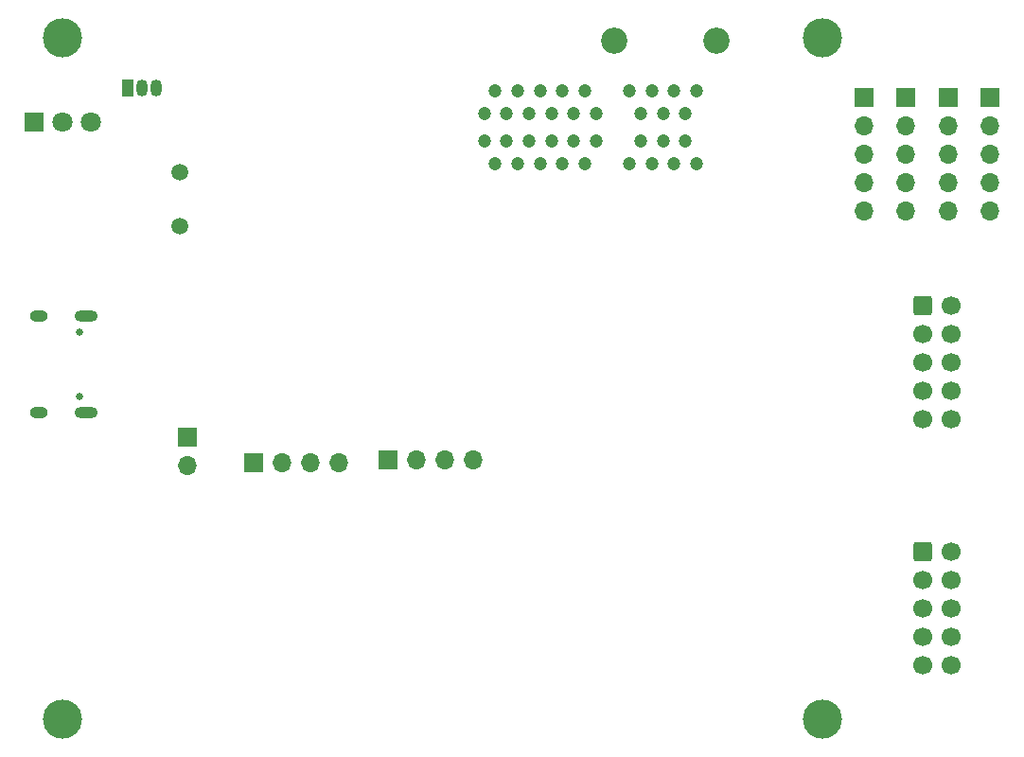
<source format=gbr>
%TF.GenerationSoftware,KiCad,Pcbnew,7.0.11-7.0.11~ubuntu22.04.1*%
%TF.CreationDate,2024-09-03T00:59:23+02:00*%
%TF.ProjectId,JTAGFinder,4a544147-4669-46e6-9465-722e6b696361,rev?*%
%TF.SameCoordinates,Original*%
%TF.FileFunction,Soldermask,Bot*%
%TF.FilePolarity,Negative*%
%FSLAX46Y46*%
G04 Gerber Fmt 4.6, Leading zero omitted, Abs format (unit mm)*
G04 Created by KiCad (PCBNEW 7.0.11-7.0.11~ubuntu22.04.1) date 2024-09-03 00:59:23*
%MOMM*%
%LPD*%
G01*
G04 APERTURE LIST*
G04 Aperture macros list*
%AMRoundRect*
0 Rectangle with rounded corners*
0 $1 Rounding radius*
0 $2 $3 $4 $5 $6 $7 $8 $9 X,Y pos of 4 corners*
0 Add a 4 corners polygon primitive as box body*
4,1,4,$2,$3,$4,$5,$6,$7,$8,$9,$2,$3,0*
0 Add four circle primitives for the rounded corners*
1,1,$1+$1,$2,$3*
1,1,$1+$1,$4,$5*
1,1,$1+$1,$6,$7*
1,1,$1+$1,$8,$9*
0 Add four rect primitives between the rounded corners*
20,1,$1+$1,$2,$3,$4,$5,0*
20,1,$1+$1,$4,$5,$6,$7,0*
20,1,$1+$1,$6,$7,$8,$9,0*
20,1,$1+$1,$8,$9,$2,$3,0*%
G04 Aperture macros list end*
%ADD10R,1.700000X1.700000*%
%ADD11O,1.700000X1.700000*%
%ADD12C,3.500000*%
%ADD13RoundRect,0.250000X-0.600000X-0.600000X0.600000X-0.600000X0.600000X0.600000X-0.600000X0.600000X0*%
%ADD14C,1.700000*%
%ADD15R,1.800000X1.800000*%
%ADD16C,1.800000*%
%ADD17R,1.050000X1.500000*%
%ADD18O,1.050000X1.500000*%
%ADD19C,1.500000*%
%ADD20C,2.350000*%
%ADD21C,1.200000*%
%ADD22C,0.650000*%
%ADD23O,2.100000X1.000000*%
%ADD24O,1.600000X1.000000*%
G04 APERTURE END LIST*
D10*
%TO.C,J11*%
X120250000Y-98710000D03*
D11*
X120250000Y-101250000D03*
%TD*%
D12*
%TO.C,H1*%
X177000000Y-124000000D03*
%TD*%
D10*
%TO.C,J5*%
X138200000Y-100750000D03*
D11*
X140740000Y-100750000D03*
X143280000Y-100750000D03*
X145820000Y-100750000D03*
%TD*%
D10*
%TO.C,J7*%
X192000000Y-68380000D03*
D11*
X192000000Y-70920000D03*
X192000000Y-73460000D03*
X192000000Y-76000000D03*
X192000000Y-78540000D03*
%TD*%
D12*
%TO.C,H2*%
X177000000Y-63000000D03*
%TD*%
D10*
%TO.C,J8*%
X180750000Y-68380000D03*
D11*
X180750000Y-70920000D03*
X180750000Y-73460000D03*
X180750000Y-76000000D03*
X180750000Y-78540000D03*
%TD*%
D13*
%TO.C,J1*%
X186000000Y-109000000D03*
D14*
X188540000Y-109000000D03*
X186000000Y-111540000D03*
X188540000Y-111540000D03*
X186000000Y-114080000D03*
X188540000Y-114080000D03*
X186000000Y-116620000D03*
X188540000Y-116620000D03*
X186000000Y-119160000D03*
X188540000Y-119160000D03*
%TD*%
D10*
%TO.C,J10*%
X188250000Y-68380000D03*
D11*
X188250000Y-70920000D03*
X188250000Y-73460000D03*
X188250000Y-76000000D03*
X188250000Y-78540000D03*
%TD*%
D13*
%TO.C,J2*%
X186000000Y-87000000D03*
D14*
X188540000Y-87000000D03*
X186000000Y-89540000D03*
X188540000Y-89540000D03*
X186000000Y-92080000D03*
X188540000Y-92080000D03*
X186000000Y-94620000D03*
X188540000Y-94620000D03*
X186000000Y-97160000D03*
X188540000Y-97160000D03*
%TD*%
D12*
%TO.C,H4*%
X109000000Y-124000000D03*
%TD*%
D10*
%TO.C,J9*%
X184500000Y-68380000D03*
D11*
X184500000Y-70920000D03*
X184500000Y-73460000D03*
X184500000Y-76000000D03*
X184500000Y-78540000D03*
%TD*%
D10*
%TO.C,J3*%
X126170000Y-101000000D03*
D11*
X128710000Y-101000000D03*
X131250000Y-101000000D03*
X133790000Y-101000000D03*
%TD*%
D15*
%TO.C,D2*%
X106527600Y-70510400D03*
D16*
X109067600Y-70510400D03*
X111607600Y-70510400D03*
%TD*%
D12*
%TO.C,H3*%
X109000000Y-63000000D03*
%TD*%
D17*
%TO.C,Q1*%
X114834998Y-67475000D03*
D18*
X116104998Y-67475000D03*
X117374998Y-67475000D03*
%TD*%
D19*
%TO.C,Y1*%
X119522000Y-79895000D03*
X119522000Y-75015000D03*
%TD*%
D20*
%TO.C,J6*%
X167565000Y-63275000D03*
X158415000Y-63275000D03*
D21*
X146765000Y-69775000D03*
X147765000Y-67775000D03*
X148765000Y-69775000D03*
X149765000Y-67775000D03*
X150765000Y-69775000D03*
X151765000Y-67775000D03*
X152765000Y-69775000D03*
X153765000Y-67775000D03*
X155765000Y-67775000D03*
X154765000Y-69775000D03*
X156765000Y-69775000D03*
X159765000Y-67775000D03*
X160765000Y-69775000D03*
X161765000Y-67775000D03*
X162765000Y-69775000D03*
X163765000Y-67775000D03*
X164765000Y-69775000D03*
X165765000Y-67775000D03*
X146765000Y-72275000D03*
X147765000Y-74275000D03*
X148765000Y-72275000D03*
X149765000Y-74275000D03*
X150765000Y-72275000D03*
X151765000Y-74275000D03*
X152765000Y-72275000D03*
X153765000Y-74275000D03*
X154765000Y-72275000D03*
X155765000Y-74275000D03*
X156765000Y-72275000D03*
X159765000Y-74275000D03*
X160765000Y-72275000D03*
X161765000Y-74275000D03*
X162765000Y-72275000D03*
X163765000Y-74275000D03*
X164765000Y-72275000D03*
X165765000Y-74275000D03*
%TD*%
D22*
%TO.C,J4*%
X110584000Y-89310000D03*
X110584000Y-95090000D03*
D23*
X111114000Y-87880000D03*
D24*
X106934000Y-87880000D03*
D23*
X111114000Y-96520000D03*
D24*
X106934000Y-96520000D03*
%TD*%
M02*

</source>
